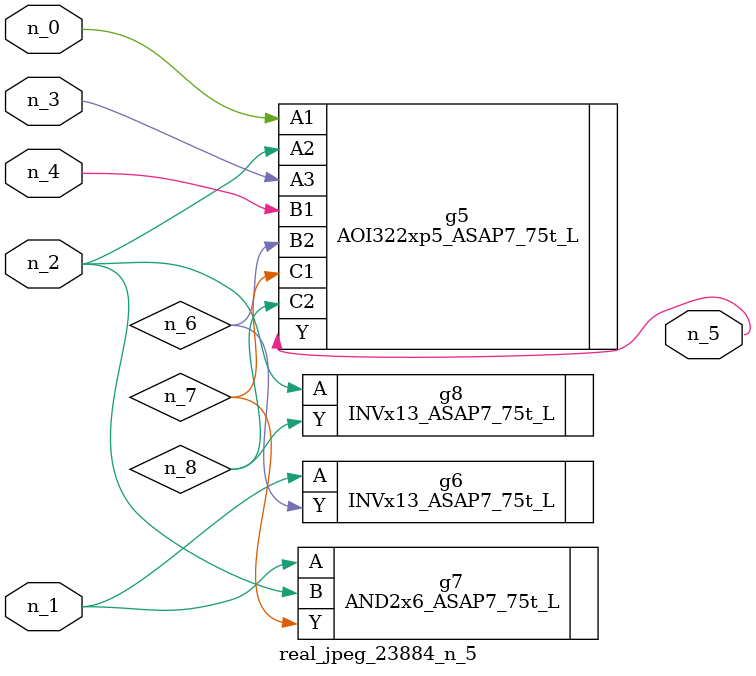
<source format=v>
module real_jpeg_23884_n_5 (n_4, n_0, n_1, n_2, n_3, n_5);

input n_4;
input n_0;
input n_1;
input n_2;
input n_3;

output n_5;

wire n_8;
wire n_6;
wire n_7;

AOI322xp5_ASAP7_75t_L g5 ( 
.A1(n_0),
.A2(n_2),
.A3(n_3),
.B1(n_4),
.B2(n_6),
.C1(n_7),
.C2(n_8),
.Y(n_5)
);

INVx13_ASAP7_75t_L g6 ( 
.A(n_1),
.Y(n_6)
);

AND2x6_ASAP7_75t_L g7 ( 
.A(n_1),
.B(n_2),
.Y(n_7)
);

INVx13_ASAP7_75t_L g8 ( 
.A(n_2),
.Y(n_8)
);


endmodule
</source>
